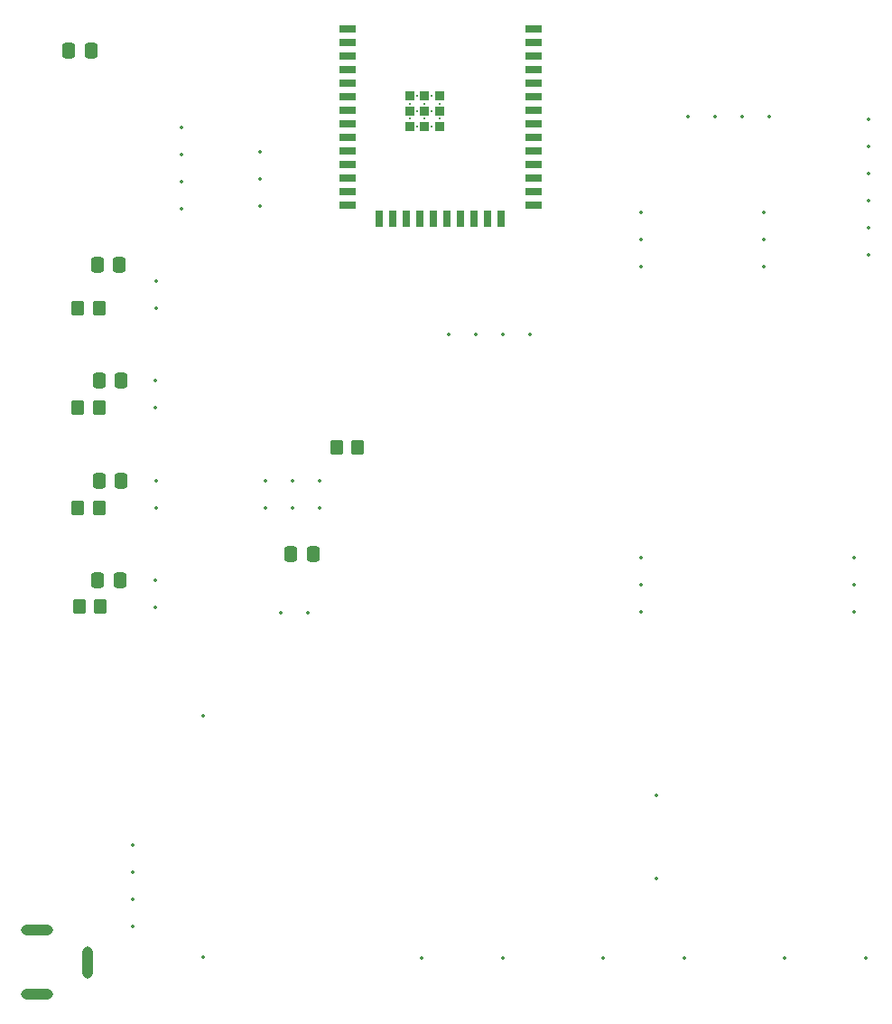
<source format=gbr>
%TF.GenerationSoftware,KiCad,Pcbnew,9.0.5*%
%TF.CreationDate,2025-10-21T15:42:54-03:00*%
%TF.ProjectId,v0.2,76302e32-2e6b-4696-9361-645f70636258,rev?*%
%TF.SameCoordinates,Original*%
%TF.FileFunction,Paste,Top*%
%TF.FilePolarity,Positive*%
%FSLAX46Y46*%
G04 Gerber Fmt 4.6, Leading zero omitted, Abs format (unit mm)*
G04 Created by KiCad (PCBNEW 9.0.5) date 2025-10-21 15:42:54*
%MOMM*%
%LPD*%
G01*
G04 APERTURE LIST*
G04 Aperture macros list*
%AMRoundRect*
0 Rectangle with rounded corners*
0 $1 Rounding radius*
0 $2 $3 $4 $5 $6 $7 $8 $9 X,Y pos of 4 corners*
0 Add a 4 corners polygon primitive as box body*
4,1,4,$2,$3,$4,$5,$6,$7,$8,$9,$2,$3,0*
0 Add four circle primitives for the rounded corners*
1,1,$1+$1,$2,$3*
1,1,$1+$1,$4,$5*
1,1,$1+$1,$6,$7*
1,1,$1+$1,$8,$9*
0 Add four rect primitives between the rounded corners*
20,1,$1+$1,$2,$3,$4,$5,0*
20,1,$1+$1,$4,$5,$6,$7,0*
20,1,$1+$1,$6,$7,$8,$9,0*
20,1,$1+$1,$8,$9,$2,$3,0*%
G04 Aperture macros list end*
%ADD10RoundRect,0.250000X-0.350000X-0.450000X0.350000X-0.450000X0.350000X0.450000X-0.350000X0.450000X0*%
%ADD11RoundRect,0.250000X-0.337500X-0.475000X0.337500X-0.475000X0.337500X0.475000X-0.337500X0.475000X0*%
%ADD12RoundRect,0.250000X0.337500X0.475000X-0.337500X0.475000X-0.337500X-0.475000X0.337500X-0.475000X0*%
%ADD13RoundRect,0.250000X0.350000X0.450000X-0.350000X0.450000X-0.350000X-0.450000X0.350000X-0.450000X0*%
%ADD14R,1.500000X0.800000*%
%ADD15R,0.800000X1.500000*%
%ADD16R,0.900000X0.900000*%
%ADD17O,3.000000X1.000000*%
%ADD18O,1.000000X3.000000*%
%ADD19C,0.200000*%
%ADD20C,0.350000*%
G04 APERTURE END LIST*
D10*
%TO.C,R2*%
X41200000Y-106400000D03*
X43200000Y-106400000D03*
%TD*%
D11*
%TO.C,C5*%
X43032500Y-83650000D03*
X45107500Y-83650000D03*
%TD*%
D12*
%TO.C,C1*%
X42457500Y-63600000D03*
X40382500Y-63600000D03*
%TD*%
D10*
%TO.C,R1*%
X41320000Y-115700000D03*
X43320000Y-115700000D03*
%TD*%
D11*
%TO.C,C7*%
X61212500Y-110750000D03*
X63287500Y-110750000D03*
%TD*%
D13*
%TO.C,R5*%
X67470000Y-100750000D03*
X65470000Y-100750000D03*
%TD*%
D14*
%TO.C,U1*%
X66470000Y-61550000D03*
X66470000Y-62820000D03*
X66470000Y-64090000D03*
X66470000Y-65360000D03*
X66470000Y-66630000D03*
X66470000Y-67900000D03*
X66470000Y-69170000D03*
X66470000Y-70440000D03*
X66470000Y-71710000D03*
X66470000Y-72980000D03*
X66470000Y-74250000D03*
X66470000Y-75520000D03*
X66470000Y-76790000D03*
X66470000Y-78060000D03*
D15*
X69510000Y-79310000D03*
X70780000Y-79310000D03*
X72050000Y-79310000D03*
X73320000Y-79310000D03*
X74590000Y-79310000D03*
X75860000Y-79310000D03*
X77130000Y-79310000D03*
X78400000Y-79310000D03*
X79670000Y-79310000D03*
X80940000Y-79310000D03*
D14*
X83970000Y-78060000D03*
X83970000Y-76790000D03*
X83970000Y-75520000D03*
X83970000Y-74250000D03*
X83970000Y-72980000D03*
X83970000Y-71710000D03*
X83970000Y-70440000D03*
X83970000Y-69170000D03*
X83970000Y-67900000D03*
X83970000Y-66630000D03*
X83970000Y-65360000D03*
X83970000Y-64090000D03*
X83970000Y-62820000D03*
X83970000Y-61550000D03*
D16*
X72320000Y-67870000D03*
X72320000Y-69270000D03*
X72320000Y-70670000D03*
X73720000Y-67870000D03*
X73720000Y-69270000D03*
X73720000Y-70670000D03*
X75120000Y-67870000D03*
X75120000Y-69270000D03*
X75120000Y-70670000D03*
%TD*%
D10*
%TO.C,R4*%
X41182500Y-87740000D03*
X43182500Y-87740000D03*
%TD*%
%TO.C,R3*%
X41220000Y-97000000D03*
X43220000Y-97000000D03*
%TD*%
D11*
%TO.C,C2*%
X43082500Y-113200000D03*
X45157500Y-113200000D03*
%TD*%
%TO.C,C3*%
X43182500Y-103900000D03*
X45257500Y-103900000D03*
%TD*%
%TO.C,C4*%
X43182500Y-94500000D03*
X45257500Y-94500000D03*
%TD*%
D17*
X37400000Y-146000000D03*
X37400000Y-152000000D03*
D18*
X42100000Y-149000000D03*
D19*
X72320000Y-68570000D03*
X72320000Y-69970000D03*
X73020000Y-67870000D03*
X73020000Y-69270000D03*
X73020000Y-70670000D03*
X73695000Y-68570000D03*
X73695000Y-69970000D03*
X74420000Y-67870000D03*
X74420000Y-69270000D03*
X74420000Y-70670000D03*
X75120000Y-68570000D03*
X75120000Y-69970000D03*
D20*
X95432500Y-141150000D03*
X95432500Y-133350000D03*
X52932500Y-148550000D03*
X52932500Y-125950000D03*
X94000000Y-116200000D03*
X94000000Y-113660000D03*
X94000000Y-111120000D03*
X105570000Y-83850000D03*
X105570000Y-81310000D03*
X105570000Y-78770000D03*
X114000000Y-116200000D03*
X114000000Y-113660000D03*
X114000000Y-111120000D03*
X115062000Y-148590000D03*
X107442000Y-148590000D03*
X48557500Y-106400000D03*
X48557500Y-103860000D03*
X50920000Y-78450000D03*
X50920000Y-75910000D03*
X50920000Y-73370000D03*
X50920000Y-70830000D03*
X83620000Y-90150000D03*
X81080000Y-90150000D03*
X78540000Y-90150000D03*
X76000000Y-90150000D03*
X98420000Y-69800000D03*
X100960000Y-69800000D03*
X103500000Y-69800000D03*
X106040000Y-69800000D03*
X48507500Y-115750000D03*
X48507500Y-113210000D03*
X81026000Y-148590000D03*
X73406000Y-148590000D03*
X48520000Y-87700000D03*
X48520000Y-85160000D03*
X46357500Y-145632500D03*
X46357500Y-140552500D03*
X46357500Y-143092500D03*
X46357500Y-138012500D03*
X48507500Y-97050000D03*
X48507500Y-94510000D03*
X58320000Y-73100000D03*
X58320000Y-75640000D03*
X58320000Y-78180000D03*
X98044000Y-148590000D03*
X90424000Y-148590000D03*
X58780000Y-103910000D03*
X58780000Y-106450000D03*
X61320000Y-103910000D03*
X61320000Y-106450000D03*
X63860000Y-103910000D03*
X63860000Y-106450000D03*
X60250000Y-116250000D03*
X62790000Y-116250000D03*
X94020000Y-83850000D03*
X94020000Y-81310000D03*
X94020000Y-78770000D03*
X115370000Y-70000000D03*
X115370000Y-72540000D03*
X115370000Y-75080000D03*
X115370000Y-77620000D03*
X115370000Y-80160000D03*
X115370000Y-82700000D03*
M02*

</source>
